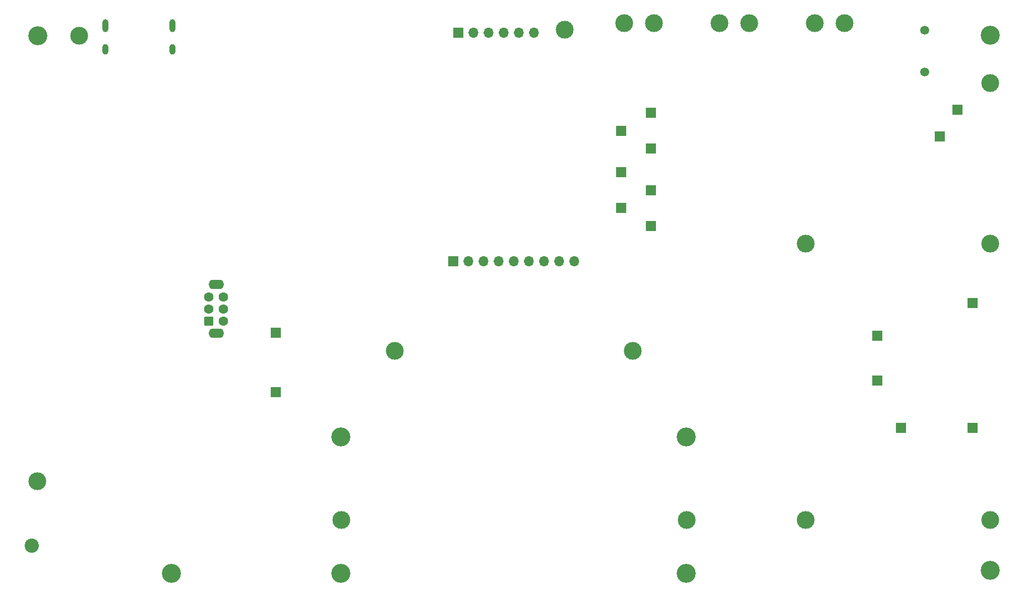
<source format=gbr>
%TF.GenerationSoftware,KiCad,Pcbnew,8.0.6*%
%TF.CreationDate,2024-10-30T23:15:20-04:00*%
%TF.ProjectId,live-caption-badge,6c697665-2d63-4617-9074-696f6e2d6261,rev?*%
%TF.SameCoordinates,Original*%
%TF.FileFunction,Soldermask,Bot*%
%TF.FilePolarity,Negative*%
%FSLAX46Y46*%
G04 Gerber Fmt 4.6, Leading zero omitted, Abs format (unit mm)*
G04 Created by KiCad (PCBNEW 8.0.6) date 2024-10-30 23:15:20*
%MOMM*%
%LPD*%
G01*
G04 APERTURE LIST*
G04 Aperture macros list*
%AMRoundRect*
0 Rectangle with rounded corners*
0 $1 Rounding radius*
0 $2 $3 $4 $5 $6 $7 $8 $9 X,Y pos of 4 corners*
0 Add a 4 corners polygon primitive as box body*
4,1,4,$2,$3,$4,$5,$6,$7,$8,$9,$2,$3,0*
0 Add four circle primitives for the rounded corners*
1,1,$1+$1,$2,$3*
1,1,$1+$1,$4,$5*
1,1,$1+$1,$6,$7*
1,1,$1+$1,$8,$9*
0 Add four rect primitives between the rounded corners*
20,1,$1+$1,$2,$3,$4,$5,0*
20,1,$1+$1,$4,$5,$6,$7,0*
20,1,$1+$1,$6,$7,$8,$9,0*
20,1,$1+$1,$8,$9,$2,$3,0*%
G04 Aperture macros list end*
%ADD10C,2.400000*%
%ADD11C,3.000000*%
%ADD12O,1.000000X1.800000*%
%ADD13O,1.000000X2.200000*%
%ADD14R,1.700000X1.700000*%
%ADD15O,1.700000X1.700000*%
%ADD16C,3.200000*%
%ADD17C,1.500000*%
%ADD18C,1.600000*%
%ADD19RoundRect,0.285714X0.514286X-0.514286X0.514286X0.514286X-0.514286X0.514286X-0.514286X-0.514286X0*%
%ADD20O,2.600000X1.600000*%
G04 APERTURE END LIST*
D10*
%TO.C,BT1*%
X34000000Y-120840000D03*
%TD*%
D11*
%TO.C,REF\u002A\u002A*%
X164000000Y-116500000D03*
%TD*%
%TO.C,REF\u002A\u002A*%
X195000000Y-70000000D03*
%TD*%
%TO.C,REF\u002A\u002A*%
X123500000Y-34000000D03*
%TD*%
%TO.C,REF\u002A\u002A*%
X86000000Y-116500000D03*
%TD*%
%TO.C,REF\u002A\u002A*%
X144000000Y-116500000D03*
%TD*%
%TO.C,REF\u002A\u002A*%
X135000000Y-88000000D03*
%TD*%
%TO.C,REF\u002A\u002A*%
X95000000Y-88000000D03*
%TD*%
%TO.C,REF\u002A\u002A*%
X195000000Y-116500000D03*
%TD*%
%TO.C,REF\u002A\u002A*%
X164000000Y-70000000D03*
%TD*%
%TO.C,REF\u002A\u002A*%
X195000000Y-43000000D03*
%TD*%
%TO.C,REF\u002A\u002A*%
X42000000Y-35000000D03*
%TD*%
%TO.C,REF\u002A\u002A*%
X35000000Y-110000000D03*
%TD*%
D12*
%TO.C,J5*%
X57620000Y-37325000D03*
D13*
X57620000Y-33325000D03*
D12*
X46380000Y-37325000D03*
D13*
X46380000Y-33325000D03*
%TD*%
D14*
%TO.C,J2*%
X105650000Y-34500000D03*
D15*
X108190000Y-34500000D03*
X110730000Y-34500000D03*
X113270000Y-34500000D03*
X115810000Y-34500000D03*
X118350000Y-34500000D03*
%TD*%
D16*
%TO.C,REF\u002A\u002A*%
X143964466Y-102482233D03*
%TD*%
D14*
%TO.C,TP12*%
X176000000Y-93000000D03*
%TD*%
D16*
%TO.C,REF\u002A\u002A*%
X85964466Y-125446700D03*
%TD*%
D14*
%TO.C,TP2*%
X75000000Y-85000000D03*
%TD*%
D16*
%TO.C,REF\u002A\u002A*%
X195000000Y-124964500D03*
%TD*%
D14*
%TO.C,TP15*%
X189500000Y-47500000D03*
%TD*%
%TO.C,TP6*%
X138000000Y-61000000D03*
%TD*%
D11*
%TO.C,SW4*%
X154500000Y-32887500D03*
X149500000Y-32887500D03*
%TD*%
D14*
%TO.C,TP8*%
X138000000Y-67000000D03*
%TD*%
D11*
%TO.C,SW5*%
X138500000Y-32887500D03*
X133500000Y-32887500D03*
%TD*%
D14*
%TO.C,TP14*%
X186500000Y-52000000D03*
%TD*%
%TO.C,TP9*%
X138000000Y-48000000D03*
%TD*%
D17*
%TO.C,J4*%
X184000000Y-34100000D03*
X184000000Y-41100000D03*
%TD*%
D14*
%TO.C,TP4*%
X138000000Y-54000000D03*
%TD*%
D16*
%TO.C,REF\u002A\u002A*%
X195000000Y-34964500D03*
%TD*%
D14*
%TO.C,TP5*%
X133000000Y-58000000D03*
%TD*%
D16*
%TO.C,REF\u002A\u002A*%
X35035530Y-35035530D03*
%TD*%
D14*
%TO.C,TP10*%
X133000000Y-51000000D03*
%TD*%
%TO.C,TP7*%
X133000000Y-64000000D03*
%TD*%
D11*
%TO.C,SW3*%
X170500000Y-32887500D03*
X165500000Y-32887500D03*
%TD*%
D16*
%TO.C,REF\u002A\u002A*%
X57500000Y-125446700D03*
%TD*%
%TO.C,REF\u002A\u002A*%
X85964466Y-102482233D03*
%TD*%
D14*
%TO.C,TP1*%
X75000000Y-95000000D03*
%TD*%
D18*
%TO.C,SW1*%
X66250000Y-83000000D03*
X66250000Y-81000000D03*
X66250000Y-79000000D03*
X63750000Y-79000000D03*
X63750000Y-81000000D03*
D19*
X63750000Y-83000000D03*
D20*
X65000000Y-76900000D03*
X65000000Y-85100000D03*
%TD*%
D14*
%TO.C,TP13*%
X176000000Y-85500000D03*
%TD*%
%TO.C,J3*%
X104840000Y-73000000D03*
D15*
X107380000Y-73000000D03*
X109920000Y-73000000D03*
X112460000Y-73000000D03*
X115000000Y-73000000D03*
X117540000Y-73000000D03*
X120080000Y-73000000D03*
X122620000Y-73000000D03*
X125160000Y-73000000D03*
%TD*%
D16*
%TO.C,REF\u002A\u002A*%
X143964466Y-125446700D03*
%TD*%
D14*
%TO.C,TP3*%
X180000000Y-101000000D03*
%TD*%
%TO.C,TP16*%
X192000000Y-80000000D03*
%TD*%
%TO.C,TP11*%
X192000000Y-101000000D03*
%TD*%
M02*

</source>
